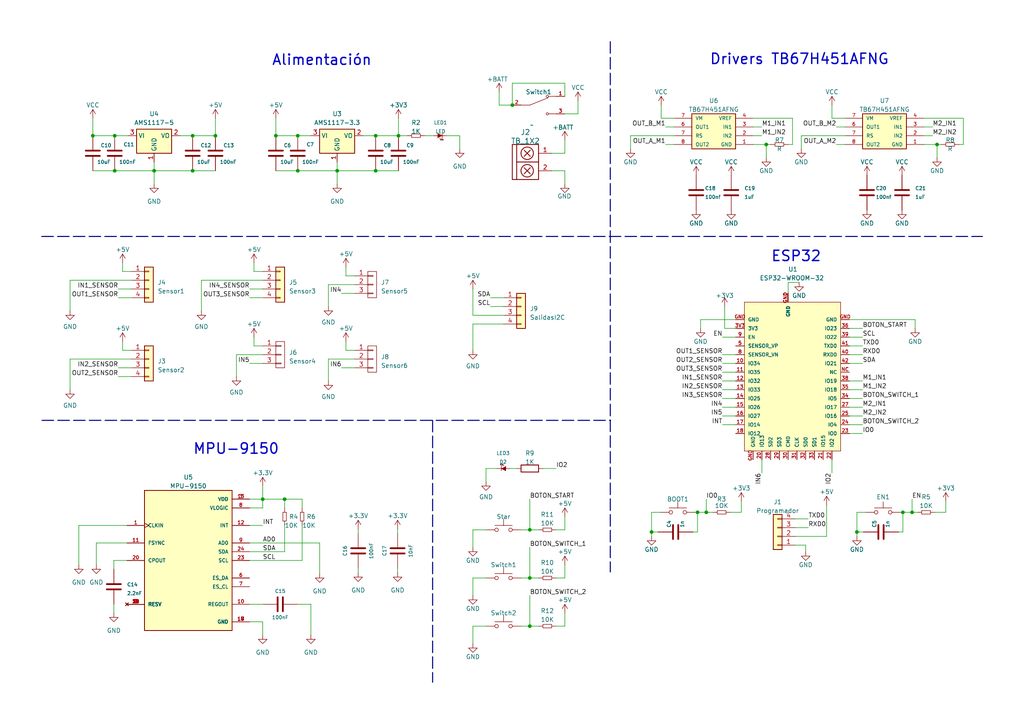
<source format=kicad_sch>
(kicad_sch (version 20230121) (generator eeschema)
  (paper "A4")
  (lib_symbols
    (symbol "+BATT_1" (power) (pin_names (offset 0))
      (property "Value" "+BATT_1" (at 0 3.556 0))
      (symbol "+BATT_1_1_1"
        (pin power_in line (at 0 0 90) (length 0) hide (name "+BATT") (number "1"))
      )
    )
    (symbol "Device:R" (pin_numbers hide) (pin_names (offset 0))
      (property "Reference" "R" (at 2.032 0 90))
      (property "Value" "R" (at 0 0 90))
      (symbol "R_1_1"
        (pin passive line (at 0 3.81 270) (length 1.27) (name "~") (number "1"))
        (pin passive line (at 0 -3.81 90) (length 1.27) (name "~") (number "2"))
      )
    )
    (symbol "EESTN5:C" (pin_numbers hide) (pin_names (offset 0.254))
      (property "Reference" "C" (at 0 2.54 0))
      (property "Value" "C" (at 0.1524 -2.159 0))
      (symbol "C_1_1"
        (pin passive line (at 0 5.08 270) (length 4.318) (name "~") (number "1"))
        (pin passive line (at 0 -5.08 90) (length 4.318) (name "~") (number "2"))
      )
    )
    (symbol "EESTN5:Conn_01X03" (pin_names (offset 1.016) hide)
      (property "Reference" "J" (at 0 5.08 0))
      (property "Value" "Conn_01X03" (at 0 -5.08 0))
      (symbol "Conn_01X03_1_1"
        (pin passive line (at -5.08 2.54 0) (length 3.81) (name "P1") (number "1"))
        (pin passive line (at -5.08 0 0) (length 3.81) (name "P2") (number "2"))
        (pin passive line (at -5.08 -2.54 0) (length 3.81) (name "P3") (number "3"))
      )
    )
    (symbol "EESTN5:Conn_01x04" (pin_names (offset 1.016) hide)
      (property "Reference" "J" (at 0 5.08 0))
      (property "Value" "Conn_01x04" (at 0 -7.62 0))
      (symbol "Conn_01x04_1_1"
        (pin passive line (at -5.08 2.54 0) (length 3.81) (name "Pin_1") (number "1"))
        (pin passive line (at -5.08 0 0) (length 3.81) (name "Pin_2") (number "2"))
        (pin passive line (at -5.08 -2.54 0) (length 3.81) (name "Pin_3") (number "3"))
        (pin passive line (at -5.08 -5.08 0) (length 3.81) (name "Pin_4") (number "4"))
      )
    )
    (symbol "EESTN5:LED" (pin_numbers hide) (pin_names (offset 1.016) hide)
      (property "Reference" "LED" (at 0 2.54 0))
      (property "Value" "LED" (at 0 -2.54 0))
      (symbol "LED_1_1"
        (pin passive line (at -1.27 0 0) (length 1.27) (name "A") (number "1"))
        (pin passive line (at 2.54 0 180) (length 1.27) (name "K") (number "2"))
      )
    )
    (symbol "EESTN5:R" (pin_numbers hide) (pin_names (offset 0))
      (property "Reference" "R" (at -1.27 0 90))
      (property "Value" "R" (at 1.27 0 90))
      (symbol "R_1_1"
        (pin passive line (at 0 2.54 270) (length 1.27) (name "~") (number "1"))
        (pin passive line (at 0 -2.54 90) (length 1.27) (name "~") (number "2"))
      )
    )
    (symbol "EESTN5:SW_Push" (pin_numbers hide) (pin_names (offset 1.016) hide)
      (property "Reference" "SW" (at 1.27 2.54 0))
      (symbol "SW_Push_0_1"
        (pin passive line (at -5.08 0 0) (length 2.54) (name "1") (number "1"))
        (pin passive line (at 5.08 0 180) (length 2.54) (name "2") (number "2"))
      )
    )
    (symbol "EESTN5:TB_1X2" (pin_names (offset 1.016))
      (property "Reference" "J" (at 0 7.62 0))
      (property "Value" "TB_1X2" (at 1.27 -7.62 0))
      (symbol "TB_1X2_1_1"
        (pin input line (at 8.89 2.54 180) (length 3.81) (name "~") (number "1"))
        (pin input line (at 8.89 -2.54 180) (length 3.81) (name "~") (number "2"))
      )
    )
    (symbol "GND_6" (power) (pin_names (offset 0))
      (property "Value" "GND_6" (at 0 -3.81 0))
      (symbol "GND_6_1_1"
        (pin power_in line (at 0 0 270) (length 0) hide (name "GND") (number "1"))
      )
    )
    (symbol "Librerias:ESP32-WROOM-32E" (pin_names (offset 1.016))
      (property "Reference" "U2" (at 0 28.575 0))
      (property "Value" "ESP32-WROOM-32" (at -8.255 26.035 0))
      (symbol "ESP32-WROOM-32E_1_0"
        (pin bidirectional line (at -15.24 1.27 0) (length 2.54) (name "IO34") (number "10"))
        (pin bidirectional line (at -15.24 -1.27 0) (length 2.54) (name "IO35") (number "11"))
        (pin bidirectional line (at -15.24 -3.81 0) (length 2.54) (name "IO32") (number "12"))
        (pin bidirectional line (at -15.24 -6.35 0) (length 2.54) (name "IO33") (number "13"))
        (pin bidirectional line (at -15.24 -8.89 0) (length 2.54) (name "IO25") (number "14"))
        (pin bidirectional line (at -15.24 -11.43 0) (length 2.54) (name "IO26") (number "15"))
        (pin bidirectional line (at -15.24 -13.97 0) (length 2.54) (name "IO27") (number "16"))
        (pin bidirectional line (at -15.24 -16.51 0) (length 2.54) (name "IO14") (number "17"))
        (pin bidirectional line (at -15.24 -19.05 0) (length 2.54) (name "IO12") (number "18"))
        (pin bidirectional line (at -7.62 -26.67 90) (length 2.54) (name "IO13") (number "20"))
        (pin bidirectional line (at 10.16 -26.67 90) (length 2.54) (name "IO15") (number "21"))
        (pin bidirectional line (at 12.7 -26.67 90) (length 2.54) (name "IO2") (number "22"))
        (pin bidirectional line (at 17.78 -19.05 180) (length 2.54) (name "IO0") (number "23"))
        (pin bidirectional line (at 17.78 -16.51 180) (length 2.54) (name "IO4") (number "24"))
        (pin bidirectional line (at 17.78 -13.97 180) (length 2.54) (name "IO16") (number "25"))
        (pin bidirectional line (at 17.78 -11.43 180) (length 2.54) (name "IO17") (number "27"))
        (pin bidirectional line (at -5.08 -26.67 90) (length 2.54) (name "SD2") (number "28"))
        (pin bidirectional line (at -2.54 -26.67 90) (length 2.54) (name "SD3") (number "29"))
        (pin bidirectional line (at 0 -26.67 90) (length 2.54) (name "CMD") (number "30"))
        (pin bidirectional line (at 2.54 -26.67 90) (length 2.54) (name "CLK") (number "31"))
        (pin bidirectional line (at 5.08 -26.67 90) (length 2.54) (name "SD0") (number "32"))
        (pin bidirectional line (at 7.62 -26.67 90) (length 2.54) (name "SD1") (number "33"))
        (pin bidirectional line (at 17.78 -8.89 180) (length 2.54) (name "IO5") (number "34"))
        (pin bidirectional line (at 17.78 -6.35 180) (length 2.54) (name "IO18") (number "35"))
        (pin bidirectional line (at 17.78 11.43 180) (length 2.54) (name "IO23") (number "36"))
        (pin bidirectional line (at 17.78 -3.81 180) (length 2.54) (name "IO19") (number "38"))
        (pin bidirectional line (at 17.78 8.89 180) (length 2.54) (name "IO22") (number "39"))
        (pin bidirectional line (at -15.24 11.43 0) (length 2.54) (name "3V3") (number "3V3"))
        (pin bidirectional line (at 17.78 3.81 180) (length 2.54) (name "RXD0") (number "40"))
        (pin bidirectional line (at 17.78 6.35 180) (length 2.54) (name "TXD0") (number "41"))
        (pin bidirectional line (at 17.78 1.27 180) (length 2.54) (name "IO21") (number "42"))
        (pin bidirectional line (at -15.24 6.35 0) (length 2.54) (name "SENSOR_VP") (number "5"))
        (pin bidirectional line (at -15.24 3.81 0) (length 2.54) (name "SENSOR_VN") (number "8"))
        (pin bidirectional line (at -15.24 8.89 0) (length 2.54) (name "EN") (number "9"))
        (pin bidirectional line (at -15.24 13.97 0) (length 2.54) (name "GND") (number "GND"))
        (pin bidirectional line (at -10.16 -26.67 90) (length 2.54) (name "GND") (number "GND"))
        (pin bidirectional line (at 0 21.59 270) (length 2.54) (name "GND") (number "GND"))
        (pin bidirectional line (at 0 21.59 270) (length 2.54) (name "GND") (number "GND"))
        (pin bidirectional line (at 0 21.59 270) (length 2.54) (name "GND") (number "GND"))
        (pin bidirectional line (at 0 21.59 270) (length 2.54) (name "GND") (number "GND"))
        (pin bidirectional line (at 0 21.59 270) (length 2.54) (name "GND") (number "GND"))
        (pin bidirectional line (at 0 21.59 270) (length 2.54) (name "GND") (number "GND"))
        (pin bidirectional line (at 0 21.59 270) (length 2.54) (name "GND") (number "GND"))
        (pin bidirectional line (at 0 21.59 270) (length 2.54) (name "GND") (number "GND"))
        (pin bidirectional line (at 0 21.59 270) (length 2.54) (name "GND") (number "GND"))
        (pin bidirectional line (at 17.78 13.97 180) (length 2.54) (name "GND") (number "GND"))
        (pin bidirectional line (at 17.78 -1.27 180) (length 2.54) (name "NC") (number "NC"))
      )
    )
    (symbol "Librerias:MPU-9150-Qfn-24" (pin_names (offset 1.016))
      (property "Reference" "U5" (at 0 24.13 0))
      (property "Value" "MPU-9150" (at 0 21.59 0))
      (symbol "MPU-9150-Qfn-24_0_0"
        (pin input clock (at -17.78 10.16 0) (length 5.08) (name "CLKIN") (number "1"))
        (pin output line (at 17.78 -12.7 180) (length 5.08) (name "REGOUT") (number "10"))
        (pin input line (at -17.78 5.08 0) (length 5.08) (name "FSYNC") (number "11"))
        (pin output line (at 17.78 10.16 180) (length 5.08) (name "INT") (number "12"))
        (pin power_in line (at 17.78 17.78 180) (length 5.08) (name "VDD") (number "13"))
        (pin no_connect line (at -17.78 -12.7 0) (length 5.08) (name "RESV") (number "14"))
        (pin power_in line (at 17.78 -17.78 180) (length 5.08) (name "GND") (number "15"))
        (pin no_connect line (at -17.78 -12.7 0) (length 5.08) (name "RESV") (number "16"))
        (pin power_in line (at 17.78 -17.78 180) (length 5.08) (name "GND") (number "17"))
        (pin power_in line (at 17.78 -17.78 180) (length 5.08) (name "GND") (number "18"))
        (pin no_connect line (at -17.78 -12.7 0) (length 5.08) (name "RESV") (number "19"))
        (pin no_connect line (at -17.78 -12.7 0) (length 5.08) (name "RESV") (number "2"))
        (pin passive line (at -17.78 0 0) (length 5.08) (name "CPOUT") (number "20"))
        (pin no_connect line (at -17.78 -12.7 0) (length 5.08) (name "RESV") (number "21"))
        (pin no_connect line (at -17.78 -12.7 0) (length 5.08) (name "RESV") (number "22"))
        (pin bidirectional line (at 17.78 2.54 180) (length 5.08) (name "SDA") (number "24"))
        (pin power_in line (at 17.78 17.78 180) (length 5.08) (name "VDD") (number "3"))
        (pin no_connect line (at -17.78 -12.7 0) (length 5.08) (name "RESV") (number "4"))
        (pin no_connect line (at -17.78 -12.7 0) (length 5.08) (name "RESV") (number "5"))
        (pin bidirectional line (at 17.78 -5.08 180) (length 5.08) (name "ES_DA") (number "6"))
        (pin power_in line (at 17.78 15.24 180) (length 5.08) (name "VLOGIC") (number "8"))
      )
      (symbol "MPU-9150-Qfn-24_1_0"
        (pin output line (at 17.78 0 180) (length 5.08) (name "SCL") (number "23"))
        (pin output line (at 17.78 -7.62 180) (length 5.08) (name "ES_CL") (number "7"))
        (pin output line (at 17.78 5.08 180) (length 5.08) (name "AD0") (number "9"))
      )
    )
    (symbol "Librerias:Switch" (pin_names (offset 1.016))
      (property "Reference" "Switch" (at -2.54 5.08 0))
      (symbol "Switch_0_0"
        (pin passive line (at 7.62 2.54 180) (length 2.54) (name "~") (number "1"))
        (pin passive line (at -7.62 0 0) (length 2.54) (name "~") (number "2"))
        (pin passive line (at 7.62 -2.54 180) (length 2.54) (name "~") (number "3"))
      )
    )
    (symbol "Librerias:TB67H451AFNG" (pin_names (offset 1.016))
      (property "Reference" "U1" (at 0 8.89 0))
      (property "Value" "TB67H451AFNG" (at 0 6.35 0))
      (symbol "TB67H451AFNG_1_0"
        (pin power_in line (at -11.43 3.81 0) (length 5.08) (name "GND") (number "1"))
        (pin input line (at -11.43 1.27 0) (length 5.08) (name "IN2") (number "2"))
        (pin input line (at -11.43 -1.27 0) (length 5.08) (name "IN1") (number "3"))
        (pin output line (at -11.43 -3.81 0) (length 5.08) (name "VREF") (number "4"))
        (pin output line (at 11.43 -1.27 180) (length 5.08) (name "OUT1") (number "6"))
        (pin bidirectional line (at 11.43 1.27 180) (length 5.08) (name "RS") (number "7"))
        (pin bidirectional line (at 11.43 -3.81 180) (length 5.08) (name "VM") (number "7"))
        (pin output line (at 11.43 3.81 180) (length 5.08) (name "OUT2") (number "8"))
      )
    )
    (symbol "Regulator_Linear:AMS1117-3.3"
      (property "Reference" "U" (at -3.81 3.175 0))
      (property "Value" "AMS1117-3.3" (at 0 3.175 0))
      (symbol "AMS1117-3.3_1_1"
        (pin power_in line (at 0 -7.62 90) (length 2.54) (name "GND") (number "1"))
        (pin power_out line (at 7.62 0 180) (length 2.54) (name "VO") (number "2"))
        (pin power_in line (at -7.62 0 0) (length 2.54) (name "VI") (number "3"))
      )
    )
    (symbol "power:+3.3V" (power) (pin_names (offset 0))
      (property "Value" "+3.3V" (at 0 3.556 0))
      (symbol "+3.3V_1_1"
        (pin power_in line (at 0 0 90) (length 0) hide (name "+3.3V") (number "1"))
      )
    )
    (symbol "power:+3V3" (power) (pin_names (offset 0))
      (property "Value" "+3V3" (at 0 3.556 0))
      (symbol "+3V3_1_1"
        (pin power_in line (at 0 0 90) (length 0) hide (name "+3V3") (number "1"))
      )
    )
    (symbol "power:+5V" (power) (pin_names (offset 0))
      (property "Value" "+5V" (at 0 3.556 0))
      (symbol "+5V_1_1"
        (pin power_in line (at 0 0 90) (length 0) hide (name "+5V") (number "1"))
      )
    )
    (symbol "power:GND" (power) (pin_names (offset 0))
      (property "Value" "GND" (at 0 -3.81 0))
      (symbol "GND_1_1"
        (pin power_in line (at 0 0 270) (length 0) hide (name "GND") (number "1"))
      )
    )
    (symbol "power:VCC" (power) (pin_names (offset 0))
      (property "Value" "VCC" (at 0 3.81 0))
      (symbol "VCC_1_1"
        (pin power_in line (at 0 0 90) (length 0) hide (name "VCC") (number "1"))
      )
    )
  )
  (junction (at 148.59 30.48))
  (junction (at 55.88 49.53))
  (junction (at 271.78 41.91))
  (junction (at 44.704 49.53))
  (junction (at 188.976 154.305))
  (junction (at 33.274 49.53))
  (junction (at 202.311 148.59))
  (junction (at 153.67 181.61))
  (junction (at 33.274 39.37))
  (junction (at 115.57 39.37))
  (junction (at 248.539 154.305))
  (junction (at 153.67 167.64))
  (junction (at 264.541 148.59))
  (junction (at 26.924 39.37))
  (junction (at 76.2 144.78))
  (junction (at 261.874 148.59))
  (junction (at 62.484 39.37))
  (junction (at 80.01 39.37))
  (junction (at 222.25 41.91))
  (junction (at 204.851 148.59))
  (junction (at 82.55 144.78))
  (junction (at 55.88 39.37))
  (junction (at 108.966 39.37))
  (junction (at 97.79 49.53))
  (junction (at 86.36 39.37))
  (junction (at 153.67 153.67))
  (junction (at 108.966 49.53))
  (junction (at 86.36 49.53))
  (wire (pts (xy 52.324 39.37) (xy 55.88 39.37)))
  (wire (pts (xy 157.48 135.89) (xy 161.29 135.89)))
  (wire (pts (xy 202.311 148.59) (xy 204.851 148.59)))
  (wire (pts (xy 182.88 39.37) (xy 182.88 43.18)))
  (wire (pts (xy 137.16 167.64) (xy 137.16 172.72)))
  (wire (pts (xy 20.32 104.14) (xy 20.32 113.03)))
  (wire (pts (xy 209.55 107.95) (xy 213.36 107.95)))
  (wire (pts (xy 163.83 181.61) (xy 161.29 181.61)))
  (wire (pts (xy 147.955 135.89) (xy 149.86 135.89)))
  (wire (pts (xy 202.311 154.305) (xy 201.041 154.305)))
  (wire (pts (xy 115.316 166.116) (xy 115.316 164.846)))
  (wire (pts (xy 153.67 181.61) (xy 156.21 181.61)))
  (wire (pts (xy 163.83 167.64) (xy 161.29 167.64)))
  (wire (pts (xy 209.55 113.03) (xy 213.36 113.03)))
  (wire (pts (xy 248.539 148.59) (xy 248.539 154.305)))
  (wire (pts (xy 153.67 172.72) (xy 153.67 181.61)))
  (wire (pts (xy 35.56 76.2) (xy 35.56 78.74)))
  (wire (pts (xy 137.16 153.67) (xy 137.16 158.75)))
  (wire (pts (xy 102.87 82.55) (xy 95.25 82.55)))
  (bus (pts (xy 125.476 121.92) (xy 125.476 197.866)) (stroke (width 0) (type dash)))
  (wire (pts (xy 215.011 148.59) (xy 215.011 145.415)))
  (wire (pts (xy 82.55 152.4) (xy 82.55 160.02)))
  (wire (pts (xy 191.516 148.59) (xy 188.976 148.59)))
  (wire (pts (xy 26.924 34.29) (xy 26.924 39.37)))
  (wire (pts (xy 34.29 106.68) (xy 38.1 106.68)))
  (wire (pts (xy 72.39 147.32) (xy 76.2 147.32)))
  (wire (pts (xy 267.97 36.83) (xy 270.51 36.83)))
  (wire (pts (xy 267.97 41.91) (xy 271.78 41.91)))
  (wire (pts (xy 27.94 157.48) (xy 27.94 163.83)))
  (wire (pts (xy 115.57 39.37) (xy 118.11 39.37)))
  (wire (pts (xy 222.25 41.91) (xy 222.25 45.72)))
  (wire (pts (xy 105.41 39.37) (xy 108.966 39.37)))
  (wire (pts (xy 137.16 93.98) (xy 146.05 93.98)))
  (wire (pts (xy 233.68 158.115) (xy 233.68 160.02)))
  (wire (pts (xy 246.38 113.03) (xy 250.19 113.03)))
  (wire (pts (xy 246.38 123.19) (xy 250.19 123.19)))
  (wire (pts (xy 140.97 135.89) (xy 144.145 135.89)))
  (wire (pts (xy 76.2 140.97) (xy 76.2 144.78)))
  (wire (pts (xy 20.32 81.28) (xy 38.1 81.28)))
  (wire (pts (xy 271.78 41.91) (xy 271.78 45.72)))
  (wire (pts (xy 191.77 30.48) (xy 191.77 34.29)))
  (wire (pts (xy 86.36 39.37) (xy 90.17 39.37)))
  (wire (pts (xy 146.05 88.9) (xy 142.24 88.9)))
  (wire (pts (xy 261.874 148.59) (xy 264.541 148.59)))
  (wire (pts (xy 148.59 24.13) (xy 148.59 30.48)))
  (wire (pts (xy 95.25 104.14) (xy 95.25 110.49)))
  (wire (pts (xy 218.44 41.91) (xy 222.25 41.91)))
  (wire (pts (xy 163.83 27.94) (xy 163.83 24.13)))
  (wire (pts (xy 80.01 34.29) (xy 80.01 39.37)))
  (wire (pts (xy 97.79 49.53) (xy 97.79 46.99)))
  (wire (pts (xy 239.7506 155.575) (xy 230.632 155.575)))
  (wire (pts (xy 140.97 153.67) (xy 137.16 153.67)))
  (wire (pts (xy 26.924 39.37) (xy 33.274 39.37)))
  (wire (pts (xy 246.38 100.33) (xy 250.19 100.33)))
  (wire (pts (xy 35.56 78.74) (xy 38.1 78.74)))
  (wire (pts (xy 100.33 77.47) (xy 100.33 80.01)))
  (wire (pts (xy 34.29 83.82) (xy 38.1 83.82)))
  (wire (pts (xy 246.38 95.25) (xy 250.19 95.25)))
  (wire (pts (xy 73.66 100.33) (xy 76.2 100.33)))
  (wire (pts (xy 35.56 99.06) (xy 35.56 101.6)))
  (wire (pts (xy 232.41 39.37) (xy 245.11 39.37)))
  (wire (pts (xy 140.97 167.64) (xy 137.16 167.64)))
  (wire (pts (xy 99.06 85.09) (xy 102.87 85.09)))
  (wire (pts (xy 129.54 39.37) (xy 133.35 39.37)))
  (wire (pts (xy 153.67 144.78) (xy 153.67 153.67)))
  (wire (pts (xy 228.6 41.91) (xy 229.87 41.91)))
  (wire (pts (xy 115.57 34.29) (xy 115.57 39.37)))
  (wire (pts (xy 22.86 152.4) (xy 22.86 163.83)))
  (wire (pts (xy 204.851 148.59) (xy 206.756 148.59)))
  (wire (pts (xy 20.32 104.14) (xy 38.1 104.14)))
  (wire (pts (xy 209.55 102.87) (xy 213.36 102.87)))
  (wire (pts (xy 133.35 39.37) (xy 133.35 43.18)))
  (wire (pts (xy 100.33 80.01) (xy 102.87 80.01)))
  (wire (pts (xy 188.976 154.305) (xy 190.881 154.305)))
  (wire (pts (xy 209.55 120.65) (xy 213.36 120.65)))
  (wire (pts (xy 218.44 36.83) (xy 220.98 36.83)))
  (wire (pts (xy 58.42 81.28) (xy 76.2 81.28)))
  (wire (pts (xy 33.02 175.26) (xy 33.02 177.8)))
  (wire (pts (xy 99.06 106.68) (xy 102.87 106.68)))
  (wire (pts (xy 264.541 148.59) (xy 266.065 148.59)))
  (wire (pts (xy 220.98 133.35) (xy 220.98 137.16)))
  (wire (pts (xy 82.55 147.32) (xy 82.55 144.78)))
  (wire (pts (xy 251.079 148.59) (xy 248.539 148.59)))
  (wire (pts (xy 34.29 86.36) (xy 38.1 86.36)))
  (wire (pts (xy 211.836 148.59) (xy 215.011 148.59)))
  (wire (pts (xy 163.83 44.45) (xy 163.83 40.64)))
  (bus (pts (xy 12.1158 68.58) (xy 284.9372 68.58)) (stroke (width 0) (type dash)))
  (wire (pts (xy 163.83 167.64) (xy 163.83 163.83)))
  (wire (pts (xy 97.79 53.34) (xy 97.79 49.53)))
  (wire (pts (xy 195.58 34.29) (xy 191.77 34.29)))
  (wire (pts (xy 103.886 166.116) (xy 103.886 164.846)))
  (wire (pts (xy 271.78 41.91) (xy 273.05 41.91)))
  (wire (pts (xy 209.55 123.19) (xy 213.36 123.19)))
  (wire (pts (xy 229.87 34.29) (xy 229.87 41.91)))
  (wire (pts (xy 58.42 81.28) (xy 58.42 90.17)))
  (wire (pts (xy 73.66 78.74) (xy 76.2 78.74)))
  (wire (pts (xy 72.39 162.56) (xy 87.63 162.56)))
  (wire (pts (xy 82.55 144.78) (xy 76.2 144.78)))
  (wire (pts (xy 267.97 34.29) (xy 279.4 34.29)))
  (wire (pts (xy 188.976 154.305) (xy 188.976 155.575)))
  (wire (pts (xy 22.86 152.4) (xy 36.83 152.4)))
  (wire (pts (xy 163.83 53.34) (xy 163.83 49.53)))
  (wire (pts (xy 264.541 144.78) (xy 264.541 148.59)))
  (wire (pts (xy 148.59 30.48) (xy 144.78 30.48)))
  (wire (pts (xy 246.38 105.41) (xy 250.19 105.41)))
  (wire (pts (xy 72.39 86.36) (xy 76.2 86.36)))
  (wire (pts (xy 230.632 150.495) (xy 234.442 150.495)))
  (wire (pts (xy 241.3 133.35) (xy 241.3 137.16)))
  (wire (pts (xy 44.704 53.34) (xy 44.704 49.53)))
  (wire (pts (xy 72.39 152.4) (xy 76.2 152.4)))
  (wire (pts (xy 76.2 147.32) (xy 76.2 144.78)))
  (wire (pts (xy 160.02 44.45) (xy 163.83 44.45)))
  (wire (pts (xy 203.2 92.71) (xy 213.36 92.71)))
  (wire (pts (xy 20.32 81.28) (xy 20.32 90.17)))
  (wire (pts (xy 163.83 153.67) (xy 161.29 153.67)))
  (wire (pts (xy 218.44 34.29) (xy 229.87 34.29)))
  (wire (pts (xy 33.02 162.56) (xy 33.02 165.1)))
  (wire (pts (xy 151.13 167.64) (xy 153.67 167.64)))
  (wire (pts (xy 137.16 181.61) (xy 137.16 186.69)))
  (wire (pts (xy 209.55 110.49) (xy 213.36 110.49)))
  (wire (pts (xy 195.58 41.91) (xy 193.04 41.91)))
  (wire (pts (xy 87.63 147.32) (xy 87.63 144.78)))
  (wire (pts (xy 27.94 157.48) (xy 36.83 157.48)))
  (wire (pts (xy 35.56 101.6) (xy 38.1 101.6)))
  (wire (pts (xy 261.874 154.305) (xy 260.604 154.305)))
  (wire (pts (xy 33.274 49.53) (xy 44.704 49.53)))
  (wire (pts (xy 72.39 160.02) (xy 82.55 160.02)))
  (wire (pts (xy 248.539 154.305) (xy 248.539 155.575)))
  (wire (pts (xy 151.13 153.67) (xy 153.67 153.67)))
  (wire (pts (xy 153.67 167.64) (xy 156.21 167.64)))
  (wire (pts (xy 163.83 33.02) (xy 167.64 33.02)))
  (wire (pts (xy 246.38 115.57) (xy 250.19 115.57)))
  (wire (pts (xy 265.43 92.71) (xy 265.43 95.25)))
  (wire (pts (xy 202.311 148.59) (xy 202.311 154.305)))
  (wire (pts (xy 123.19 39.37) (xy 125.73 39.37)))
  (wire (pts (xy 246.38 110.49) (xy 250.19 110.49)))
  (wire (pts (xy 209.55 105.41) (xy 213.36 105.41)))
  (wire (pts (xy 146.05 86.36) (xy 142.24 86.36)))
  (wire (pts (xy 90.17 175.26) (xy 90.17 184.15)))
  (wire (pts (xy 239.7506 146.4564) (xy 239.7506 155.575)))
  (wire (pts (xy 26.924 49.53) (xy 33.274 49.53)))
  (wire (pts (xy 232.41 39.37) (xy 232.41 43.18)))
  (wire (pts (xy 163.83 153.67) (xy 163.83 149.86)))
  (wire (pts (xy 100.33 99.06) (xy 100.33 101.6)))
  (wire (pts (xy 188.976 148.59) (xy 188.976 154.305)))
  (wire (pts (xy 151.13 181.61) (xy 153.67 181.61)))
  (wire (pts (xy 108.966 39.37) (xy 115.57 39.37)))
  (wire (pts (xy 146.05 91.44) (xy 137.16 91.44)))
  (wire (pts (xy 72.39 180.34) (xy 76.2 180.34)))
  (wire (pts (xy 103.886 153.416) (xy 103.886 154.686)))
  (wire (pts (xy 228.6 85.09) (xy 228.6 81.915)))
  (wire (pts (xy 55.88 49.53) (xy 62.484 49.53)))
  (wire (pts (xy 34.29 109.22) (xy 38.1 109.22)))
  (wire (pts (xy 222.25 41.91) (xy 223.52 41.91)))
  (wire (pts (xy 87.63 152.4) (xy 87.63 162.56)))
  (wire (pts (xy 204.851 144.78) (xy 204.851 148.59)))
  (wire (pts (xy 218.44 39.37) (xy 220.98 39.37)))
  (wire (pts (xy 153.67 153.67) (xy 156.21 153.67)))
  (wire (pts (xy 261.239 148.59) (xy 261.874 148.59)))
  (wire (pts (xy 245.11 41.91) (xy 242.57 41.91)))
  (wire (pts (xy 279.4 34.29) (xy 279.4 41.91)))
  (wire (pts (xy 203.2 92.71) (xy 203.2 95.25)))
  (wire (pts (xy 195.58 36.83) (xy 193.04 36.83)))
  (wire (pts (xy 76.2 102.87) (xy 68.58 102.87)))
  (wire (pts (xy 76.2 180.34) (xy 76.2 184.15)))
  (wire (pts (xy 97.79 49.53) (xy 108.966 49.53)))
  (wire (pts (xy 246.38 97.79) (xy 250.19 97.79)))
  (wire (pts (xy 73.66 97.79) (xy 73.66 100.33)))
  (wire (pts (xy 36.83 162.56) (xy 33.02 162.56)))
  (wire (pts (xy 209.55 97.79) (xy 213.36 97.79)))
  (wire (pts (xy 261.874 148.59) (xy 261.874 154.305)))
  (wire (pts (xy 246.38 120.65) (xy 250.19 120.65)))
  (wire (pts (xy 108.966 49.53) (xy 115.57 49.53)))
  (wire (pts (xy 230.632 158.115) (xy 233.68 158.115)))
  (wire (pts (xy 72.39 175.26) (xy 76.2 175.26)))
  (wire (pts (xy 140.97 135.89) (xy 140.97 139.7)))
  (wire (pts (xy 182.88 39.37) (xy 195.58 39.37)))
  (wire (pts (xy 62.484 34.29) (xy 62.484 39.37)))
  (bus (pts (xy 12.192 121.92) (xy 177.038 121.92)) (stroke (width 0) (type dash)))
  (wire (pts (xy 80.01 39.37) (xy 86.36 39.37)))
  (wire (pts (xy 140.97 181.61) (xy 137.16 181.61)))
  (wire (pts (xy 167.64 29.21) (xy 167.64 33.02)))
  (wire (pts (xy 209.55 118.11) (xy 213.36 118.11)))
  (wire (pts (xy 213.36 95.25) (xy 210.185 95.25)))
  (wire (pts (xy 153.67 158.75) (xy 153.67 167.64)))
  (wire (pts (xy 87.63 144.78) (xy 82.55 144.78)))
  (wire (pts (xy 44.704 49.53) (xy 55.88 49.53)))
  (wire (pts (xy 144.78 30.48) (xy 144.78 26.67)))
  (wire (pts (xy 245.11 34.29) (xy 241.3 34.29)))
  (wire (pts (xy 33.274 39.37) (xy 37.084 39.37)))
  (wire (pts (xy 137.16 83.82) (xy 137.16 91.44)))
  (wire (pts (xy 86.36 49.53) (xy 97.79 49.53)))
  (wire (pts (xy 245.11 36.83) (xy 242.57 36.83)))
  (wire (pts (xy 230.632 153.035) (xy 234.442 153.035)))
  (wire (pts (xy 274.32 148.59) (xy 274.32 145.415)))
  (wire (pts (xy 44.704 49.53) (xy 44.704 46.99)))
  (wire (pts (xy 72.39 157.48) (xy 92.71 157.48)))
  (wire (pts (xy 73.66 76.2) (xy 73.66 78.74)))
  (wire (pts (xy 267.97 39.37) (xy 270.51 39.37)))
  (wire (pts (xy 137.16 93.98) (xy 137.16 101.6)))
  (wire (pts (xy 228.6 81.915) (xy 231.775 81.915)))
  (wire (pts (xy 68.58 102.87) (xy 68.58 109.22)))
  (wire (pts (xy 72.39 83.82) (xy 76.2 83.82)))
  (wire (pts (xy 80.01 49.53) (xy 86.36 49.53)))
  (wire (pts (xy 160.02 49.53) (xy 163.83 49.53)))
  (bus (pts (xy 177.0126 12.0904) (xy 177.0126 165.8874)) (stroke (width 0) (type dash)))
  (wire (pts (xy 278.13 41.91) (xy 279.4 41.91)))
  (wire (pts (xy 271.145 148.59) (xy 274.32 148.59)))
  (wire (pts (xy 72.39 144.78) (xy 76.2 144.78)))
  (wire (pts (xy 163.83 177.8) (xy 163.83 181.61)))
  (wire (pts (xy 210.185 88.9) (xy 210.185 95.25)))
  (wire (pts (xy 55.88 39.37) (xy 62.484 39.37)))
  (wire (pts (xy 248.539 154.305) (xy 250.444 154.305)))
  (wire (pts (xy 102.87 104.14) (xy 95.25 104.14)))
  (wire (pts (xy 90.17 175.26) (xy 86.36 175.26)))
  (wire (pts (xy 115.316 153.416) (xy 115.316 154.686)))
  (wire (pts (xy 100.33 101.6) (xy 102.87 101.6)))
  (wire (pts (xy 92.71 157.48) (xy 92.71 166.37)))
  (wire (pts (xy 241.3 30.48) (xy 241.3 34.29)))
  (wire (pts (xy 163.83 24.13) (xy 148.59 24.13)))
  (wire (pts (xy 246.38 102.87) (xy 250.19 102.87)))
  (wire (pts (xy 209.55 115.57) (xy 213.36 115.57)))
  (wire (pts (xy 201.676 148.59) (xy 202.311 148.59)))
  (wire (pts (xy 246.38 125.73) (xy 250.19 125.73)))
  (wire (pts (xy 246.38 92.71) (xy 265.43 92.71)))
  (wire (pts (xy 95.25 82.55) (xy 95.25 88.9)))
  (wire (pts (xy 246.38 118.11) (xy 250.19 118.11)))
  (wire (pts (xy 72.39 105.41) (xy 76.2 105.41)))
  (text "MPU-9150" (at 55.88 132.08 0) (effects (font (size 3 3) (thickness 0.4) bold) (justify left bottom)))
  (text "Alimentación\n\n" (at 78.74 24.13 0) (effects (font (size 3 3) (thickness 0.4) bold) (justify left bottom)))
  (text "Drivers TB67H451AFNG\n" (at 205.74 19.05 0) (effects (font (size 3 3) (thickness 0.4) bold) (justify left bottom)))
  (text "ESP32\n" (at 223.52 76.2 0) (effects (font (size 3 3) (thickness 0.4) bold) (justify left bottom)))
  (label "OUT1_SENSOR" (at 209.55 102.87 180))
  (label "OUT_A_M2" (at 242.57 41.91 180))
  (label "RXD0" (at 234.442 153.035 0))
  (label "IN3_SENSOR" (at 209.55 115.57 180))
  (label "BOTON_SWITCH_1" (at 250.19 115.57 0))
  (label "M1_IN1" (at 220.98 36.83 0))
  (label "OUT1_SENSOR" (at 34.29 86.36 180))
  (label "SDA" (at 250.19 105.41 0))
  (label "IN4" (at 99.06 85.09 180))
  (label "M1_IN2" (at 220.98 39.37 0))
  (label "IN2_SENSOR" (at 209.55 113.03 180))
  (label "IN1_SENSOR" (at 34.29 83.82 180))
  (label "IN2_SENSOR" (at 34.29 106.68 180))
  (label "OUT3_SENSOR" (at 72.39 86.36 180))
  (label "INT" (at 209.55 123.19 180))
  (label "OUT_B_M2" (at 242.57 36.83 180))
  (label "M1_IN1" (at 250.19 110.49 0))
  (label "SCL" (at 250.19 97.79 0))
  (label "IN6" (at 99.06 106.68 180))
  (label "SDA" (at 142.24 86.36 180))
  (label "EN" (at 264.541 144.78 0))
  (label "SCL" (at 76.2 162.56 0))
  (label "OUT_A_M1" (at 193.04 41.91 180))
  (label "IN5" (at 209.55 120.65 180))
  (label "OUT2_SENSOR" (at 209.55 105.41 180))
  (label "BOTON_SWITCH_2" (at 153.67 172.72 0))
  (label "BOTON_START" (at 250.19 95.25 0))
  (label "M2_IN2" (at 250.19 120.65 0))
  (label "IN4_SENSOR" (at 72.39 83.82 180))
  (label "SDA" (at 76.2 160.02 0))
  (label "IN1_SENSOR" (at 209.55 110.49 180))
  (label "BOTON_SWITCH_2" (at 250.19 123.19 0))
  (label "EN" (at 209.55 97.79 180))
  (label "IO2" (at 241.3 137.16 270))
  (label "SCL" (at 142.24 88.9 180))
  (label "M1_IN2" (at 250.19 113.03 0))
  (label "INT" (at 76.2 152.4 0))
  (label "TXD0" (at 234.442 150.495 0))
  (label "RXD0" (at 250.19 102.87 0))
  (label "IN4" (at 209.55 118.11 180))
  (label "IN5" (at 72.39 105.41 180))
  (label "M2_IN1" (at 250.19 118.11 0))
  (label "OUT3_SENSOR" (at 209.55 107.95 180))
  (label "IO2" (at 161.29 135.89 0))
  (label "OUT2_SENSOR" (at 34.29 109.22 180))
  (label "IN6" (at 220.98 137.16 270))
  (label "M2_IN2" (at 270.51 39.37 0))
  (label "BOTON_START" (at 153.67 144.78 0))
  (label "M2_IN1" (at 270.51 36.83 0))
  (label "IO0" (at 250.19 125.73 0))
  (label "BOTON_SWITCH_1" (at 153.67 158.75 0))
  (label "IO0" (at 204.851 144.78 0))
  (label "OUT_B_M1" (at 193.04 36.83 180))
  (label "AD0" (at 76.2 157.48 0))
  (label "TXD0" (at 250.19 100.33 0))
  (symbol (lib_id "power:GND") (at 203.2 95.25 0) (unit 1)
    (property "Reference" "#PWR044" (effects hide))
    (property "Value" "GND" (at 203.2 99.06 0))
  )
  (symbol (lib_id "power:GND") (at 201.93 60.96 0) (unit 1)
    (property "Reference" "#PWR050" (effects hide))
    (property "Value" "GND" (at 201.93 64.77 0))
  )
  (symbol (lib_id "power:GND") (at 133.35 43.18 0) (unit 1)
    (property "Reference" "#PWR019" (effects hide))
    (property "Value" "GND" (at 133.35 48.26 0))
  )
  (symbol (lib_id "power:VCC") (at 261.62 50.8 0) (unit 1)
    (property "Reference" "#PWR055" (effects hide))
    (property "Value" "VCC" (at 261.62 46.99 0))
  )
  (symbol (lib_id "power:+3.3V") (at 103.886 153.416 0) (unit 1)
    (property "Reference" "#PWR029" (effects hide))
    (property "Value" "+3.3V" (at 103.886 149.606 0))
  )
  (symbol (lib_id "power:GND") (at 248.539 155.575 0) (unit 1)
    (property "Reference" "#PWR011" (effects hide))
    (property "Value" "GND" (at 248.539 159.385 0))
  )
  (symbol (lib_id "EESTN5:R") (at 82.55 149.86 0) (unit 1)
    (property "Reference" "R4" (at 83.82 149.86 0) (effects (justify left)))
    (property "Value" "10K" (at 82.55 152.4 0) (effects (justify left)))
    (property "Footprint" "EESTN5:R_0805" (effects hide))
  )
  (symbol (lib_id "power:GND") (at 58.42 90.17 0) (unit 1)
    (property "Reference" "#PWR041" (effects hide))
    (property "Value" "GND" (at 58.42 94.742 0))
  )
  (symbol (lib_id "EESTN5:R") (at 158.75 181.61 90) (unit 1)
    (property "Reference" "R12" (at 158.75 177.165 90))
    (property "Value" "10K" (at 158.75 179.705 90))
    (property "Footprint" "EESTN5:R_1206" (effects hide))
  )
  (symbol (lib_id "power:+5V") (at 100.33 77.47 0) (unit 1)
    (property "Reference" "#PWR058" (effects hide))
    (property "Value" "+5V" (at 100.33 73.66 0))
  )
  (symbol (lib_id "Librerias:ESP32-WROOM-32E") (at 228.6 106.68 0) (unit 1)
    (property "Reference" "U1" (at 228.6 78.105 0) (effects (justify left)))
    (property "Value" "ESP32-WROOM-32" (at 220.345 80.645 0) (effects (justify left)))
    (property "Footprint" "footprints:ESP32-WROOM-32" (effects hide))
  )
  (symbol (lib_id "power:+3V3") (at 210.185 88.9 0) (unit 1)
    (property "Reference" "#PWR06" (effects hide))
    (property "Value" "+3V3" (at 210.185 85.725 0))
  )
  (symbol (lib_id "power:GND") (at 76.2 184.15 0) (unit 1)
    (property "Reference" "#PWR026" (effects hide))
    (property "Value" "GND" (at 76.2 189.23 0))
  )
  (symbol (lib_id "power:+3V3") (at 274.32 145.415 0) (unit 1)
    (property "Reference" "#PWR012" (effects hide))
    (property "Value" "+3V3" (at 274.32 141.605 0))
  )
  (symbol (lib_id "EESTN5:R") (at 158.75 153.67 90) (unit 1)
    (property "Reference" "R11" (at 158.75 149.225 90))
    (property "Value" "10K" (at 158.75 151.765 90))
    (property "Footprint" "EESTN5:R_1206" (effects hide))
  )
  (symbol (lib_id "power:VCC") (at 26.924 34.29 0) (unit 1)
    (property "Reference" "#PWR016" (effects hide))
    (property "Value" "VCC" (at 26.924 30.48 0))
  )
  (symbol (lib_id "EESTN5:R") (at 87.63 149.86 0) (unit 1)
    (property "Reference" "R6" (at 88.9 149.86 0) (effects (justify left)))
    (property "Value" "10K" (at 87.63 152.4 0) (effects (justify left)))
    (property "Footprint" "EESTN5:R_0805" (effects hide))
  )
  (symbol (lib_id "power:+3V3") (at 115.57 34.29 0) (unit 1)
    (property "Reference" "#PWR015" (effects hide))
    (property "Value" "+3V3" (at 115.57 30.48 0))
  )
  (symbol (lib_id "EESTN5:SW_Push") (at 196.596 148.59 0) (unit 1)
    (property "Reference" "BOOT1" (at 196.596 144.78 0))
    (property "Value" "SW_Push" (effects hide))
    (property "Footprint" "footprints:Button" (effects hide))
  )
  (symbol (lib_id "power:+5V") (at 73.66 76.2 0) (unit 1)
    (property "Reference" "#PWR042" (effects hide))
    (property "Value" "+5V" (at 73.66 72.39 0))
  )
  (symbol (lib_id "EESTN5:C") (at 261.62 55.88 0) (unit 1)
    (property "Reference" "C21" (at 265.43 54.61 0) (effects (font (size 1.016 1.016)) (justify left)))
    (property "Value" "1uF" (at 265.43 57.15 0) (effects (font (size 1.016 1.016)) (justify left)))
  )
  (symbol (lib_id "power:+5V") (at 62.484 34.29 0) (unit 1)
    (property "Reference" "#PWR018" (effects hide))
    (property "Value" "+5V" (at 62.484 30.48 0))
  )
  (symbol (lib_id "power:GND") (at 271.78 45.72 0) (unit 1)
    (property "Reference" "#PWR048" (effects hide))
    (property "Value" "GND" (at 271.78 49.53 0))
  )
  (symbol (lib_id "EESTN5:Conn_01x04") (at 43.18 104.14 0) (unit 1)
    (property "Reference" "J3" (at 45.72 104.775 0) (effects (justify left)))
    (property "Value" "Sensor2" (at 45.72 107.315 0) (effects (justify left)))
  )
  (symbol (lib_id "EESTN5:C") (at 115.316 159.766 0) (unit 1)
    (property "Reference" "C17" (at 111.506 159.766 90) (effects (font (size 1.016 1.016))))
    (property "Value" "10nF" (at 119.126 159.766 90) (effects (font (size 1.016 1.016))))
    (property "Footprint" "footprints:C_0603" (effects hide))
  )
  (symbol (lib_id "EESTN5:Conn_01X03") (at 107.95 104.14 0) (unit 1)
    (property "Reference" "J8" (at 110.49 103.505 0) (effects (justify left)))
    (property "Value" "Sensor6" (at 110.49 106.045 0) (effects (justify left)))
  )
  (symbol (lib_name "+BATT_1") (lib_id "power:+BATT") (at 144.78 26.67 0) (unit 1)
    (property "Reference" "#PWR035" (effects hide))
    (property "Value" "+BATT" (at 144.272 22.987 0))
  )
  (symbol (lib_id "EESTN5:Conn_01x04") (at 81.28 81.28 0) (unit 1)
    (property "Reference" "J5" (at 83.82 81.915 0) (effects (justify left)))
    (property "Value" "Sensor3" (at 83.82 84.455 0) (effects (justify left)))
  )
  (symbol (lib_id "EESTN5:R") (at 120.65 39.37 90) (unit 1)
    (property "Reference" "R2" (at 120.65 35.56 90))
    (property "Value" "1K" (at 120.65 38.1 90))
    (property "Footprint" "EESTN5:R_0805" (effects hide))
  )
  (symbol (lib_id "power:GND") (at 231.775 81.915 0) (unit 1)
    (property "Reference" "#PWR07" (effects hide))
    (property "Value" "GND" (at 231.775 85.725 0))
  )
  (symbol (lib_id "Regulator_Linear:AMS1117-3.3") (at 97.79 39.37 0) (unit 1)
    (property "Reference" "U3" (at 97.79 33.02 0))
    (property "Value" "AMS1117-3.3" (at 97.79 35.56 0))
    (property "Footprint" "footprints:SOT-223-3_TabPin2" (effects hide))
    (property "Datasheet" "http://www.advanced-monolithic.com/pdf/ds1117.pdf" (effects hide))
  )
  (symbol (lib_id "power:GND") (at 103.886 166.116 0) (unit 1)
    (property "Reference" "#PWR030" (effects hide))
    (property "Value" "GND" (at 103.886 171.196 0))
  )
  (symbol (lib_id "power:GND") (at 137.16 158.75 0) (unit 1)
    (property "Reference" "#PWR061" (effects hide))
    (property "Value" "GND" (at 137.16 162.56 0))
  )
  (symbol (lib_id "power:VCC") (at 251.46 50.8 0) (unit 1)
    (property "Reference" "#PWR053" (effects hide))
    (property "Value" "VCC" (at 251.46 46.99 0))
  )
  (symbol (lib_id "power:+5V") (at 80.01 34.29 0) (unit 1)
    (property "Reference" "#PWR013" (effects hide))
    (property "Value" "+5V" (at 80.01 30.48 0))
  )
  (symbol (lib_id "power:VCC") (at 212.09 50.8 0) (unit 1)
    (property "Reference" "#PWR051" (effects hide))
    (property "Value" "VCC" (at 212.09 46.99 0))
  )
  (symbol (lib_id "power:GND") (at 33.02 177.8 0) (unit 1)
    (property "Reference" "#PWR024" (effects hide))
    (property "Value" "GND" (at 33.02 182.88 0))
  )
  (symbol (lib_id "power:+3V3") (at 215.011 145.415 0) (unit 1)
    (property "Reference" "#PWR010" (effects hide))
    (property "Value" "+3V3" (at 215.011 141.605 0))
  )
  (symbol (lib_id "power:GND") (at 265.43 95.25 0) (unit 1)
    (property "Reference" "#PWR08" (effects hide))
    (property "Value" "GND" (at 265.43 99.06 0))
  )
  (symbol (lib_id "power:+3.3V") (at 76.2 140.97 0) (unit 1)
    (property "Reference" "#PWR025" (effects hide))
    (property "Value" "+3.3V" (at 76.2 137.16 0))
  )
  (symbol (lib_id "EESTN5:C") (at 251.46 55.88 0) (unit 1)
    (property "Reference" "C20" (at 254 54.61 0) (effects (font (size 1.016 1.016)) (justify left)))
    (property "Value" "100nf" (at 254 57.15 0) (effects (font (size 1.016 1.016)) (justify left)))
  )
  (symbol (lib_id "EESTN5:C") (at 86.36 44.45 0) (unit 1)
    (property "Reference" "C7" (at 88.9 41.91 0) (effects (font (size 1.016 1.016)) (justify left)))
    (property "Value" "100nF" (at 87.63 46.99 0) (effects (font (size 1.016 1.016)) (justify left)))
    (property "Footprint" "EESTN5:C_0805" (effects hide))
  )
  (symbol (lib_id "EESTN5:C") (at 103.886 159.766 0) (unit 1)
    (property "Reference" "C16" (at 100.076 159.766 90) (effects (font (size 1.016 1.016))))
    (property "Value" "100nF" (at 107.696 159.766 90) (effects (font (size 1.016 1.016))))
    (property "Footprint" "footprints:C_0603" (effects hide))
  )
  (symbol (lib_id "power:+5V") (at 163.83 149.86 0) (unit 1)
    (property "Reference" "#PWR066" (effects hide))
    (property "Value" "+5V" (at 163.83 146.05 0))
  )
  (symbol (lib_id "Device:R") (at 153.67 135.89 90) (unit 1)
    (property "Reference" "R9" (at 153.67 131.445 90))
    (property "Value" "1K" (at 153.67 133.985 90))
    (property "Footprint" "EESTN5:R_1206" (effects hide))
  )
  (symbol (lib_id "power:VCC") (at 167.64 29.21 0) (unit 1)
    (property "Reference" "#PWR039" (effects hide))
    (property "Value" "VCC" (at 167.64 25.4 0))
  )
  (symbol (lib_id "power:+5V") (at 35.56 99.06 0) (unit 1)
    (property "Reference" "#PWR04" (effects hide))
    (property "Value" "+5V" (at 35.56 95.25 0))
  )
  (symbol (lib_id "Librerias:Switch") (at 156.21 30.48 0) (unit 1)
    (property "Reference" "Switch1" (at 156.21 26.67 0))
    (property "Value" "~" (at 153.67 35.56 0) (effects (justify left top)))
    (property "PARTREV" "B" (effects hide))
  )
  (symbol (lib_id "EESTN5:LED") (at 127 39.37 0) (unit 1)
    (property "Reference" "LED1" (at 127.762 35.56 0) (effects (font (size 1.016 1.016))))
    (property "Value" "LED" (at 127.762 38.1 0) (effects (font (size 1.016 1.016))))
    (property "Footprint" "EESTN5:Led_0805" (effects hide))
  )
  (symbol (lib_id "EESTN5:Conn_01X03") (at 81.28 102.87 0) (unit 1)
    (property "Reference" "J6" (at 83.82 102.235 0) (effects (justify left)))
    (property "Value" "Sensor4" (at 83.82 104.775 0) (effects (justify left)))
  )
  (symbol (lib_id "EESTN5:SW_Push") (at 146.05 181.61 0) (unit 1)
    (property "Reference" "Switch2" (at 146.05 177.8 0))
    (property "Value" "SW_Push" (effects hide))
    (property "Footprint" "footprints:Button" (effects hide))
  )
  (symbol (lib_id "EESTN5:R") (at 209.296 148.59 90) (unit 1)
    (property "Reference" "R3" (at 209.296 144.78 90))
    (property "Value" "1OK" (at 209.296 146.685 90))
    (property "Footprint" "EESTN5:R_1206" (effects hide))
  )
  (symbol (lib_id "power:GND") (at 188.976 155.575 0) (unit 1)
    (property "Reference" "#PWR09" (effects hide))
    (property "Value" "GND" (at 188.976 159.385 0))
  )
  (symbol (lib_id "power:+5V") (at 163.83 163.83 0) (unit 1)
    (property "Reference" "#PWR064" (effects hide))
    (property "Value" "+5V" (at 163.83 160.02 0))
  )
  (symbol (lib_id "power:GND") (at 95.25 110.49 0) (unit 1)
    (property "Reference" "#PWR067" (effects hide))
    (property "Value" "GND" (at 95.25 115.062 0))
  )
  (symbol (lib_id "EESTN5:SW_Push") (at 146.05 153.67 0) (unit 1)
    (property "Reference" "Star" (at 146.05 149.86 0))
    (property "Value" "SW_Push" (effects hide))
    (property "Footprint" "footprints:Button" (effects hide))
  )
  (symbol (lib_id "EESTN5:C") (at 26.924 44.45 0) (unit 1)
    (property "Reference" "C10" (at 29.21 42.164 0) (effects (font (size 1.016 1.016)) (justify left)))
    (property "Value" "10uF" (at 28.194 46.99 0) (effects (font (size 1.016 1.016)) (justify left)))
    (property "Footprint" "EESTN5:C_0805" (effects hide))
  )
  (symbol (lib_id "EESTN5:C") (at 33.02 170.18 180) (unit 1)
    (property "Reference" "C14" (at 36.83 169.545 0) (effects (font (size 1.016 1.016)) (justify right)))
    (property "Value" "2.2nF" (at 36.83 172.085 0) (effects (font (size 1.016 1.016)) (justify right)))
    (property "Footprint" "footprints:C_0603" (effects hide))
  )
  (symbol (lib_id "power:+5V") (at 163.83 177.8 0) (unit 1)
    (property "Reference" "#PWR062" (effects hide))
    (property "Value" "+5V" (at 163.83 173.99 0))
  )
  (symbol (lib_id "EESTN5:C") (at 255.524 154.305 90) (unit 1)
    (property "Reference" "C5" (at 253.619 153.035 0) (effects (font (size 1.016 1.016)) (justify left)))
    (property "Value" "1n" (at 257.429 153.035 0) (effects (font (size 1.016 1.016)) (justify left)))
    (property "Footprint" "EESTN5:C_0805" (effects hide))
  )
  (symbol (lib_id "power:VCC") (at 241.3 30.48 0) (unit 1)
    (property "Reference" "#PWR047" (effects hide))
    (property "Value" "VCC" (at 241.3 26.67 0))
  )
  (symbol (lib_id "EESTN5:C") (at 80.01 44.45 0) (unit 1)
    (property "Reference" "C6" (at 82.296 42.164 0) (effects (font (size 1.016 1.016)) (justify left)))
    (property "Value" "10uF" (at 81.28 46.99 0) (effects (font (size 1.016 1.016)) (justify left)))
    (property "Footprint" "EESTN5:C_0805" (effects hide))
  )
  (symbol (lib_id "power:GND") (at 182.88 43.18 0) (unit 1)
    (property "Reference" "#PWR045" (effects hide))
    (property "Value" "GND" (at 182.88 46.99 0))
  )
  (symbol (lib_id "power:GND") (at 22.86 163.83 0) (unit 1)
    (property "Reference" "#PWR022" (effects hide))
    (property "Value" "GND" (at 22.86 168.91 0))
  )
  (symbol (lib_id "power:GND") (at 95.25 88.9 0) (unit 1)
    (property "Reference" "#PWR057" (effects hide))
    (property "Value" "GND" (at 95.25 93.472 0))
  )
  (symbol (lib_id "EESTN5:C") (at 33.274 44.45 0) (unit 1)
    (property "Reference" "C11" (at 35.814 41.91 0) (effects (font (size 1.016 1.016)) (justify left)))
    (property "Value" "100nF" (at 34.544 46.99 0) (effects (font (size 1.016 1.016)) (justify left)))
    (property "Footprint" "EESTN5:C_0805" (effects hide))
  )
  (symbol (lib_id "power:+5V") (at 100.33 99.06 0) (unit 1)
    (property "Reference" "#PWR068" (effects hide))
    (property "Value" "+5V" (at 100.33 95.25 0))
  )
  (symbol (lib_name "+BATT_1") (lib_id "power:+BATT") (at 163.83 40.64 0) (unit 1)
    (property "Reference" "#PWR033" (effects hide))
    (property "Value" "+BATT" (at 163.322 36.957 0))
  )
  (symbol (lib_id "EESTN5:LED") (at 146.685 135.89 180) (unit 1)
    (property "Reference" "LED3" (at 145.923 131.445 0) (effects (font (size 1.016 1.016))))
    (property "Value" "D2" (at 145.923 133.985 0) (effects (font (size 1.016 1.016))))
    (property "Footprint" "EESTN5:LED_1206" (effects hide))
  )
  (symbol (lib_id "power:GND") (at 137.16 186.69 0) (unit 1)
    (property "Reference" "#PWR065" (effects hide))
    (property "Value" "GND" (at 137.16 190.5 0))
  )
  (symbol (lib_id "power:GND") (at 137.16 172.72 0) (unit 1)
    (property "Reference" "#PWR063" (effects hide))
    (property "Value" "GND" (at 137.16 176.53 0))
  )
  (symbol (lib_id "EESTN5:SW_Push") (at 146.05 167.64 0) (unit 1)
    (property "Reference" "Switch1" (at 146.05 163.83 0))
    (property "Value" "SW_Push" (effects hide))
    (property "Footprint" "footprints:Button" (effects hide))
  )
  (symbol (lib_id "power:+5V") (at 137.16 83.82 0) (unit 1)
    (property "Reference" "#PWR01" (effects hide))
    (property "Value" "+5V" (at 137.16 80.01 0))
  )
  (symbol (lib_id "Librerias:TB67H451AFNG") (at 256.54 38.1 180) (unit 1)
    (property "Reference" "U7" (at 256.54 29.21 0))
    (property "Value" "TB67H451AFNG" (at 256.54 31.75 0))
  )
  (symbol (lib_id "power:GND") (at 20.32 113.03 0) (unit 1)
    (property "Reference" "#PWR03" (effects hide))
    (property "Value" "GND" (at 20.32 117.602 0))
  )
  (symbol (lib_id "power:GND") (at 115.316 166.116 0) (unit 1)
    (property "Reference" "#PWR032" (effects hide))
    (property "Value" "GND" (at 115.316 171.196 0))
  )
  (symbol (lib_id "power:VCC") (at 191.77 30.48 0) (unit 1)
    (property "Reference" "#PWR043" (effects hide))
    (property "Value" "VCC" (at 191.77 26.67 0))
  )
  (symbol (lib_id "EESTN5:C") (at 81.28 175.26 270) (unit 1)
    (property "Reference" "C15" (at 81.28 171.45 90) (effects (font (size 1.016 1.016))))
    (property "Value" "100nF" (at 81.28 179.07 90) (effects (font (size 1.016 1.016))))
    (property "Footprint" "footprints:C_0603" (effects hide))
  )
  (symbol (lib_id "Librerias:TB67H451AFNG") (at 207.01 38.1 180) (unit 1)
    (property "Reference" "U6" (at 207.01 29.21 0))
    (property "Value" "TB67H451AFNG" (at 207.01 31.75 0))
  )
  (symbol (lib_id "EESTN5:R") (at 158.75 167.64 90) (unit 1)
    (property "Reference" "R10" (at 158.75 163.195 90))
    (property "Value" "10K" (at 158.75 165.735 90))
    (property "Footprint" "EESTN5:R_1206" (effects hide))
  )
  (symbol (lib_id "power:GND") (at 261.62 60.96 0) (unit 1)
    (property "Reference" "#PWR056" (effects hide))
    (property "Value" "GND" (at 261.62 64.77 0))
  )
  (symbol (lib_id "power:GND") (at 222.25 45.72 0) (unit 1)
    (property "Reference" "#PWR05" (effects hide))
    (property "Value" "GND" (at 222.25 49.53 0))
  )
  (symbol (lib_id "power:GND") (at 68.58 109.22 0) (unit 1)
    (property "Reference" "#PWR038" (effects hide))
    (property "Value" "GND" (at 68.58 113.792 0))
  )
  (symbol (lib_id "EESTN5:Conn_01x04") (at 43.18 81.28 0) (unit 1)
    (property "Reference" "J4" (at 45.72 81.915 0) (effects (justify left)))
    (property "Value" "Sensor1" (at 45.72 84.455 0) (effects (justify left)))
  )
  (symbol (lib_id "EESTN5:C") (at 212.09 55.88 0) (unit 1)
    (property "Reference" "C19" (at 215.9 54.61 0) (effects (font (size 1.016 1.016)) (justify left)))
    (property "Value" "1uF" (at 215.9 57.15 0) (effects (font (size 1.016 1.016)) (justify left)))
  )
  (symbol (lib_id "EESTN5:TB_1X2") (at 151.13 46.99 0) (unit 1)
    (property "Reference" "J2" (at 152.4 38.354 0) (effects (font (size 1.524 1.524))))
    (property "Value" "TB_1X2" (at 152.4 40.894 0) (effects (font (size 1.524 1.524))))
  )
  (symbol (lib_id "power:VCC") (at 201.93 50.8 0) (unit 1)
    (property "Reference" "#PWR049" (effects hide))
    (property "Value" "VCC" (at 201.93 46.99 0))
  )
  (symbol (lib_id "EESTN5:R") (at 275.59 41.91 90) (unit 1)
    (property "Reference" "R8" (at 275.59 40.64 90))
    (property "Value" "R" (at 275.59 43.18 90))
  )
  (symbol (lib_id "power:GND") (at 92.71 166.37 0) (unit 1)
    (property "Reference" "#PWR028" (effects hide))
    (property "Value" "GND" (at 92.71 171.45 0))
  )
  (symbol (lib_id "EESTN5:C") (at 195.961 154.305 90) (unit 1)
    (property "Reference" "C4" (at 194.056 153.035 0) (effects (font (size 1.016 1.016)) (justify left)))
    (property "Value" "1n" (at 197.866 153.035 0) (effects (font (size 1.016 1.016)) (justify left)))
    (property "Footprint" "EESTN5:C_0805" (effects hide))
  )
  (symbol (lib_id "power:+5V") (at 73.66 97.79 0) (unit 1)
    (property "Reference" "#PWR037" (effects hide))
    (property "Value" "+5V" (at 73.66 93.98 0))
  )
  (symbol (lib_id "EESTN5:R") (at 268.605 148.59 90) (unit 1)
    (property "Reference" "R5" (at 268.605 144.145 90))
    (property "Value" "10K" (at 268.605 146.685 90))
    (property "Footprint" "EESTN5:R_1206" (effects hide))
  )
  (symbol (lib_id "power:+5V") (at 35.56 76.2 0) (unit 1)
    (property "Reference" "#PWR040" (effects hide))
    (property "Value" "+5V" (at 35.56 72.39 0))
  )
  (symbol (lib_id "EESTN5:C") (at 55.88 44.45 0) (unit 1)
    (property "Reference" "C12" (at 58.166 42.164 0) (effects (font (size 1.016 1.016)) (justify left)))
    (property "Value" "10uF" (at 57.15 46.99 0) (effects (font (size 1.016 1.016)) (justify left)))
    (property "Footprint" "EESTN5:C_0805" (effects hide))
  )
  (symbol (lib_id "EESTN5:C") (at 108.966 44.45 0) (unit 1)
    (property "Reference" "C8" (at 111.252 42.164 0) (effects (font (size 1.016 1.016)) (justify left)))
    (property "Value" "10uF" (at 110.236 46.99 0) (effects (font (size 1.016 1.016)) (justify left)))
    (property "Footprint" "EESTN5:C_0805" (effects hide))
  )
  (symbol (lib_id "EESTN5:Conn_01X03") (at 107.95 82.55 0) (unit 1)
    (property "Reference" "J7" (at 110.49 81.915 0) (effects (justify left)))
    (property "Value" "Sensor5" (at 110.49 84.455 0) (effects (justify left)))
  )
  (symbol (lib_id "EESTN5:Conn_01x04") (at 225.552 155.575 180) (unit 1)
    (property "Reference" "J1" (at 225.552 145.5928 0))
    (property "Value" "Programador" (at 225.552 148.1328 0))
    (property "Footprint" "EESTN5:pin_strip_4" (effects hide))
  )
  (symbol (lib_id "power:GND") (at 20.32 90.17 0) (unit 1)
    (property "Reference" "#PWR036" (effects hide))
    (property "Value" "GND" (at 20.32 94.742 0))
  )
  (symbol (lib_id "power:GND") (at 137.16 101.6 0) (unit 1)
    (property "Reference" "#PWR02" (effects hide))
    (property "Value" "GND" (at 137.16 106.172 0))
  )
  (symbol (lib_id "power:+3.3V") (at 115.316 153.416 0) (unit 1)
    (property "Reference" "#PWR031" (effects hide))
    (property "Value" "+3.3V" (at 115.316 149.606 0))
  )
  (symbol (lib_name "GND_6") (lib_id "power:GND") (at 163.83 53.34 0) (mirror y) (unit 1)
    (property "Reference" "#PWR034" (effects hide))
    (property "Value" "GND" (at 163.703 56.896 0))
  )
  (symbol (lib_id "EESTN5:C") (at 62.484 44.45 0) (unit 1)
    (property "Reference" "C13" (at 64.77 42.164 0) (effects (font (size 1.016 1.016)) (justify left)))
    (property "Value" "100nF" (at 63.754 46.99 0) (effects (font (size 1.016 1.016)) (justify left)))
    (property "Footprint" "EESTN5:C_0805" (effects hide))
  )
  (symbol (lib_id "EESTN5:R") (at 226.06 41.91 90) (unit 1)
    (property "Reference" "R7" (at 226.06 40.64 90))
    (property "Value" "R" (at 226.06 43.18 90))
  )
  (symbol (lib_id "power:GND") (at 212.09 60.96 0) (unit 1)
    (property "Reference" "#PWR052" (effects hide))
    (property "Value" "GND" (at 212.09 64.77 0))
  )
  (symbol (lib_id "EESTN5:SW_Push") (at 256.159 148.59 0) (unit 1)
    (property "Reference" "EN1" (at 256.159 144.145 0))
    (property "Value" "SW_Push" (effects hide))
    (property "Footprint" "footprints:Button" (effects hide))
  )
  (symbol (lib_id "power:+5V") (at 239.7506 146.4564 0) (unit 1)
    (property "Reference" "#PWR021" (effects hide))
    (property "Value" "+5V" (at 239.7506 142.6464 0))
  )
  (symbol (lib_id "power:GND") (at 251.46 60.96 0) (unit 1)
    (property "Reference" "#PWR054" (effects hide))
    (property "Value" "GND" (at 251.46 64.77 0))
  )
  (symbol (lib_id "power:GND") (at 44.704 53.34 0) (unit 1)
    (property "Reference" "#PWR017" (effects hide))
    (property "Value" "GND" (at 44.704 58.42 0))
  )
  (symbol (lib_id "power:GND") (at 233.68 160.02 0) (unit 1)
    (property "Reference" "#PWR020" (effects hide))
    (property "Value" "GND" (at 233.68 163.83 0))
  )
  (symbol (lib_id "power:GND") (at 90.17 184.15 0) (unit 1)
    (property "Reference" "#PWR027" (effects hide))
    (property "Value" "GND" (at 90.17 189.23 0))
  )
  (symbol (lib_id "Regulator_Linear:AMS1117-3.3") (at 44.704 39.37 0) (unit 1)
    (property "Reference" "U4" (at 44.704 33.02 0))
    (property "Value" "AMS1117-5" (at 44.704 35.56 0))
    (property "Footprint" "footprints:SOT-223-3_TabPin2" (effects hide))
    (property "Datasheet" "http://www.advanced-monolithic.com/pdf/ds1117.pdf" (effects hide))
  )
  (symbol (lib_id "EESTN5:Conn_01x04") (at 151.13 88.9 0) (unit 1)
    (property "Reference" "J9" (at 153.67 89.535 0) (effects (justify left)))
    (property "Value" "SalidasI2C" (at 153.67 92.075 0) (effects (justify left)))
  )
  (symbol (lib_id "power:GND") (at 232.41 43.18 0) (unit 1)
    (property "Reference" "#PWR046" (effects hide))
    (property "Value" "GND" (at 232.41 46.99 0))
  )
  (symbol (lib_id "Librerias:MPU-9150-Qfn-24") (at 54.61 162.56 0) (unit 1)
    (property "Reference" "U5" (at 54.61 138.43 0))
    (property "Value" "MPU-9150" (at 54.61 140.97 0))
    (property "Footprint" "footprints:MPU-9150-Qfn-24" (effects hide))
    (property "PARTREV" "4.3" (effects hide))
    (property "STANDARD" "IPC 7351B" (effects hide))
    (property "SNAPEDA_PN" "115083" (effects hide))
    (property "MAXIMUM_PACKAGE_HEIGHT" "1.1 mm" (effects hide))
    (property "MANUFACTURER" "TDK InvenSense" (effects hide))
  )
  (symbol (lib_id "power:GND") (at 27.94 163.83 0) (unit 1)
    (property "Reference" "#PWR023" (effects hide))
    (property "Value" "GND" (at 27.94 168.91 0))
  )
  (symbol (lib_id "EESTN5:C") (at 115.57 44.45 0) (unit 1)
    (property "Reference" "C9" (at 117.856 42.164 0) (effects (font (size 1.016 1.016)) (justify left)))
    (property "Value" "100nF" (at 116.84 46.99 0) (effects (font (size 1.016 1.016)) (justify left)))
    (property "Footprint" "EESTN5:C_0805" (effects hide))
  )
  (symbol (lib_id "power:GND") (at 140.97 139.7 0) (unit 1)
    (property "Reference" "#PWR060" (effects hide))
    (property "Value" "GND" (at 140.97 144.145 0))
  )
  (symbol (lib_id "power:GND") (at 97.79 53.34 0) (unit 1)
    (property "Reference" "#PWR014" (effects hide))
    (property "Value" "GND" (at 97.79 58.42 0))
  )
  (symbol (lib_id "EESTN5:C") (at 201.93 55.88 0) (unit 1)
    (property "Reference" "C18" (at 204.47 54.61 0) (effects (font (size 1.016 1.016)) (justify left)))
    (property "Value" "100nf" (at 204.47 57.15 0) (effects (font (size 1.016 1.016)) (justify left)))
  )
)
</source>
